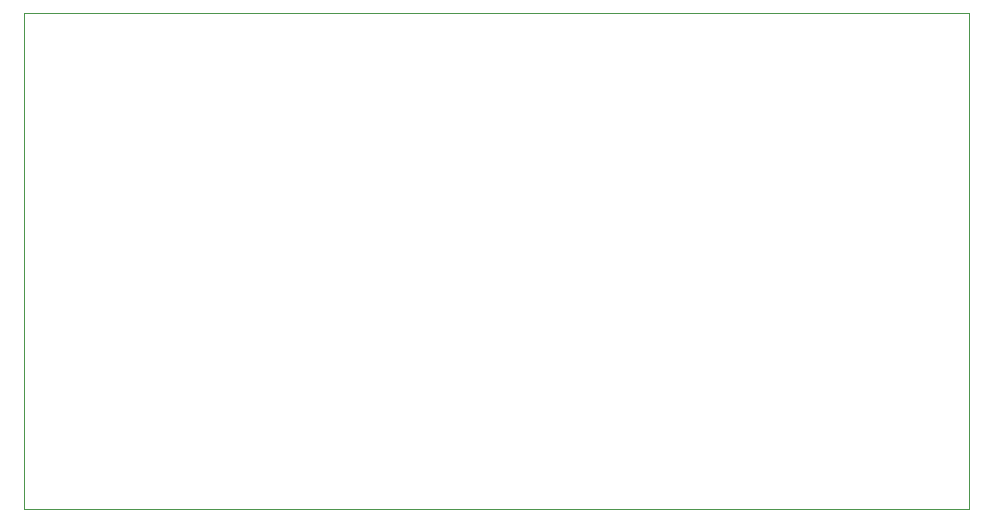
<source format=gbr>
%TF.GenerationSoftware,KiCad,Pcbnew,8.0.2-8.0.2-0~ubuntu22.04.1*%
%TF.CreationDate,2024-05-10T23:44:38+03:00*%
%TF.ProjectId,handle-module,68616e64-6c65-42d6-9d6f-64756c652e6b,rev?*%
%TF.SameCoordinates,Original*%
%TF.FileFunction,Profile,NP*%
%FSLAX46Y46*%
G04 Gerber Fmt 4.6, Leading zero omitted, Abs format (unit mm)*
G04 Created by KiCad (PCBNEW 8.0.2-8.0.2-0~ubuntu22.04.1) date 2024-05-10 23:44:38*
%MOMM*%
%LPD*%
G01*
G04 APERTURE LIST*
%TA.AperFunction,Profile*%
%ADD10C,0.100000*%
%TD*%
G04 APERTURE END LIST*
D10*
X55000000Y-78000000D02*
X135000000Y-78000000D01*
X135000000Y-120000000D01*
X55000000Y-120000000D01*
X55000000Y-78000000D01*
M02*

</source>
